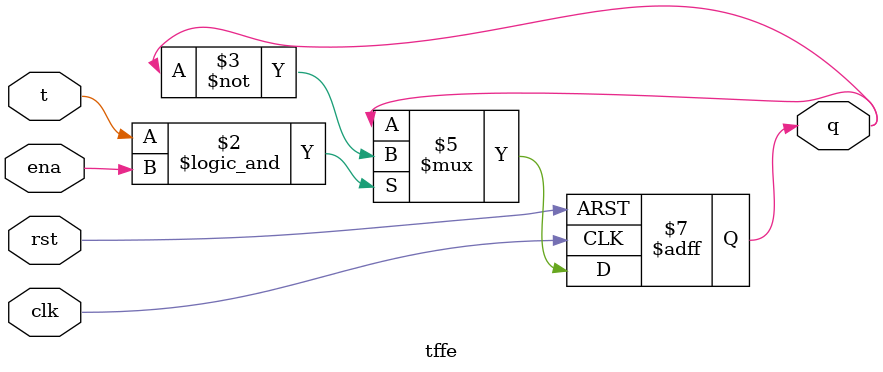
<source format=sv>
module tffe(
  input         clk,
  input         rst,
  input         t,
  input         ena,
  output logic  q
);
  
always_ff @ (posedge clk, posedge rst) 
  if      (rst)       q <= '0;
  else if (t && ena)  q <= ~q;
  else                q <= q;
  
endmodule : tffe
</source>
